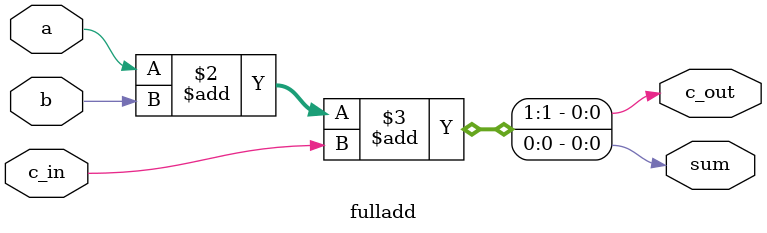
<source format=v>
module fulladd(sum, c_out, a, b, c_in);

// I/O declaration
output sum, c_out;
input a, b, c_in;

reg sum, c_out;

// behavioral logic description
always @ (a or b or c_in)
begin
	{c_out, sum} <=  a + b + c_in;
end

// call system function to show the model being used
initial
begin
        $display("--------------Using bh model-----------------\n");
end

endmodule

</source>
